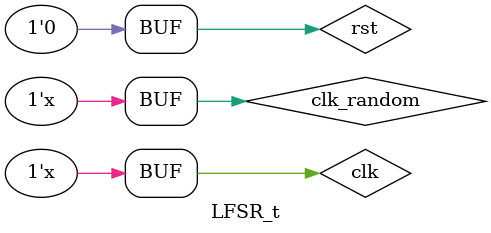
<source format=v>
module LFSR_t;

    reg clk;
    reg clk_random;
    reg rst;
    wire [5:0]out;
    
    LFSR U_lfsr(.clk(clk), .clk_random(clk_random), .rst(rst), .out(out));
    
    initial begin
    
        clk = 0; clk_random = 0; rst = 0;
        
        #1 rst = 1;
        #2 rst = 0;
     end    
        always #0.5 clk = ~clk; 
        always #5 clk_random = ~clk_random;
    
   


endmodule

</source>
